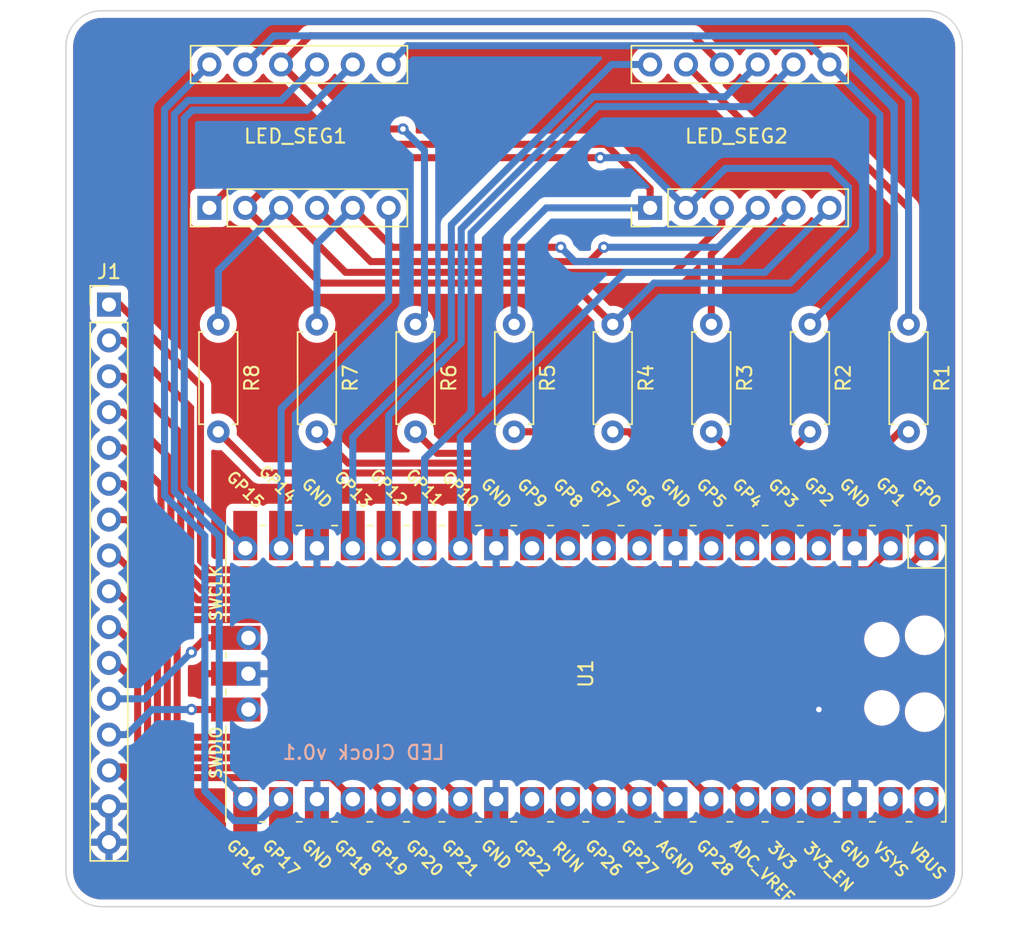
<source format=kicad_pcb>
(kicad_pcb (version 20211014) (generator pcbnew)
  (layers (0 "F.Cu" signal) (31 "B.Cu" signal) (34 "B.Paste" user) (35 "F.Paste" user) (36 "B.SilkS" user "B.Silkscreen") (37 "F.SilkS" user "F.Silkscreen") (38 "B.Mask" user) (39 "F.Mask" user) (44 "Edge.Cuts" user))
  (net 0 "")
  (net 1 "GND")
  (net 2 "+3V3")
  (net 3 "/GPIO0")
  (net 4 "/GPIO1")
  (net 5 "Net-(J1-Pad6)")
  (net 6 "Net-(J1-Pad7)")
  (net 7 "Net-(J1-Pad8)")
  (net 8 "Net-(J1-Pad9)")
  (net 9 "Net-(J1-Pad10)")
  (net 10 "Net-(J1-Pad11)")
  (net 11 "Net-(J1-Pad3)")
  (net 12 "Net-(J1-Pad4)")
  (net 13 "Net-(J1-Pad5)")
  (net 14 "/SEG_E")
  (net 15 "/SEG_D")
  (net 16 "/SEG_DP")
  (net 17 "/SEG_C")
  (net 18 "/SEG_G")
  (net 19 "/DIG_4")
  (net 20 "/SEG_B")
  (net 21 "/DIG_3")
  (net 22 "/DIG_2")
  (net 23 "/SEG_F")
  (net 24 "/SEG_A")
  (net 25 "/DIG_1")
  (net 26 "/DIG_8")
  (net 27 "/DIG_7")
  (net 28 "/DIG_6")
  (net 29 "/DIG_5")
  (net 30 "Net-(R1-Pad2)")
  (net 31 "Net-(R2-Pad2)")
  (net 32 "Net-(R3-Pad2)")
  (net 33 "Net-(R4-Pad2)")
  (net 34 "Net-(R5-Pad2)")
  (net 35 "Net-(R6-Pad2)")
  (net 36 "Net-(R7-Pad2)")
  (net 37 "Net-(R8-Pad2)")
  (net 43 "/SWCLK")
  (net 44 "/SWDIO")
  (footprint "LED_segments:LED_segments_4_digits" (layer "F.Cu") (at 158.225 91.44 90)
    (fp_text reference "LED_SEG2" (at 5.08 6.113 unlocked) (layer "F.SilkS"))
    (fp_text value "LED_segments_4_digits")
    (pad "1" thru_hole rect (at 0 0 90) (size 1.7 1.7) (drill 1) (layers *.Cu *.Mask) (net 14 "/SEG_E"))
    (pad "2" thru_hole oval (at 0 2.54 90) (size 1.7 1.7) (drill 1) (layers *.Cu *.Mask) (net 15 "/SEG_D"))
    (pad "3" thru_hole oval (at 0 5.08 90) (size 1.7 1.7) (drill 1) (layers *.Cu *.Mask) (net 16 "/SEG_DP"))
    (pad "4" thru_hole oval (at 0 7.62 90) (size 1.7 1.7) (drill 1) (layers *.Cu *.Mask) (net 17 "/SEG_C"))
    (pad "5" thru_hole oval (at 0 10.16 90) (size 1.7 1.7) (drill 1) (layers *.Cu *.Mask) (net 18 "/SEG_G"))
    (pad "6" thru_hole oval (at 0 12.7 90) (size 1.7 1.7) (drill 1) (layers *.Cu *.Mask) (net 26 "/DIG_8"))
    (pad "7" thru_hole oval (at 10.16 12.7 90) (size 1.7 1.7) (drill 1) (layers *.Cu *.Mask) (net 20 "/SEG_B"))
    (pad "8" thru_hole oval (at 10.16 10.16 90) (size 1.7 1.7) (drill 1) (layers *.Cu *.Mask) (net 27 "/DIG_7"))
    (pad "9" thru_hole oval (at 10.16 7.62 90) (size 1.7 1.7) (drill 1) (layers *.Cu *.Mask) (net 28 "/DIG_6"))
    (pad "10" thru_hole oval (at 10.16 5.08 90) (size 1.7 1.7) (drill 1) (layers *.Cu *.Mask) (net 23 "/SEG_F"))
    (pad "11" thru_hole oval (at 10.16 2.54 90) (size 1.7 1.7) (drill 1) (layers *.Cu *.Mask) (net 24 "/SEG_A"))
    (pad "12" thru_hole oval (at 10.16 0 90) (size 1.7 1.7) (drill 1) (layers *.Cu *.Mask) (net 29 "/DIG_5"))
  )
  (footprint "Resistor_THT:R_Axial_DIN0207_L6.3mm_D2.5mm_P7.62mm_Horizontal" (layer "F.Cu") (at 155.575 99.695 -90)
    (fp_text reference "R4" (at 3.81 -2.37 90) (layer "F.SilkS"))
    (fp_text value "330")
    (pad "1" thru_hole circle (at 0 0 270) (size 1.6 1.6) (drill 0.8) (layers *.Cu *.Mask) (net 15 "/SEG_D"))
    (pad "2" thru_hole oval (at 7.62 0 270) (size 1.6 1.6) (drill 0.8) (layers *.Cu *.Mask) (net 33 "Net-(R4-Pad2)"))
  )
  (footprint "Resistor_THT:R_Axial_DIN0207_L6.3mm_D2.5mm_P7.62mm_Horizontal" (layer "F.Cu") (at 162.56 99.695 -90)
    (fp_text reference "R3" (at 3.81 -2.37 90) (layer "F.SilkS"))
    (fp_text value "330")
    (pad "1" thru_hole circle (at 0 0 270) (size 1.6 1.6) (drill 0.8) (layers *.Cu *.Mask) (net 17 "/SEG_C"))
    (pad "2" thru_hole oval (at 7.62 0 270) (size 1.6 1.6) (drill 0.8) (layers *.Cu *.Mask) (net 32 "Net-(R3-Pad2)"))
  )
  (footprint "Connector_PinHeader_2.54mm:PinHeader_1x16_P2.54mm_Vertical" (layer "F.Cu") (at 119.888 98.298)
    (fp_text reference "J1" (at 0 -2.33) (layer "F.SilkS"))
    (fp_text value "Conn_01x14_Female")
    (pad "1" thru_hole rect (at 0 0) (size 1.7 1.7) (drill 1) (layers *.Cu *.Mask) (net 4 "/GPIO1"))
    (pad "2" thru_hole oval (at 0 2.54) (size 1.7 1.7) (drill 1) (layers *.Cu *.Mask) (net 3 "/GPIO0"))
    (pad "3" thru_hole oval (at 0 5.08) (size 1.7 1.7) (drill 1) (layers *.Cu *.Mask) (net 11 "Net-(J1-Pad3)"))
    (pad "4" thru_hole oval (at 0 7.62) (size 1.7 1.7) (drill 1) (layers *.Cu *.Mask) (net 12 "Net-(J1-Pad4)"))
    (pad "5" thru_hole oval (at 0 10.16) (size 1.7 1.7) (drill 1) (layers *.Cu *.Mask) (net 13 "Net-(J1-Pad5)"))
    (pad "6" thru_hole oval (at 0 12.7) (size 1.7 1.7) (drill 1) (layers *.Cu *.Mask) (net 5 "Net-(J1-Pad6)"))
    (pad "7" thru_hole oval (at 0 15.24) (size 1.7 1.7) (drill 1) (layers *.Cu *.Mask) (net 6 "Net-(J1-Pad7)"))
    (pad "8" thru_hole oval (at 0 17.78) (size 1.7 1.7) (drill 1) (layers *.Cu *.Mask) (net 7 "Net-(J1-Pad8)"))
    (pad "9" thru_hole oval (at 0 20.32) (size 1.7 1.7) (drill 1) (layers *.Cu *.Mask) (net 8 "Net-(J1-Pad9)"))
    (pad "10" thru_hole oval (at 0 22.86) (size 1.7 1.7) (drill 1) (layers *.Cu *.Mask) (net 9 "Net-(J1-Pad10)"))
    (pad "11" thru_hole oval (at 0 25.4) (size 1.7 1.7) (drill 1) (layers *.Cu *.Mask) (net 10 "Net-(J1-Pad11)"))
    (pad "12" thru_hole oval (at 0 27.94) (size 1.7 1.7) (drill 1) (layers *.Cu *.Mask) (net 43 "/SWCLK"))
    (pad "13" thru_hole oval (at 0 30.48) (size 1.7 1.7) (drill 1) (layers *.Cu *.Mask) (net 44 "/SWDIO"))
    (pad "14" thru_hole oval (at 0 33.02) (size 1.7 1.7) (drill 1) (layers *.Cu *.Mask) (net 2 "+3V3"))
    (pad "15" thru_hole oval (at 0 35.56) (size 1.7 1.7) (drill 1) (layers *.Cu *.Mask) (net 1 "GND"))
    (pad "16" thru_hole oval (at 0 38.1) (size 1.7 1.7) (drill 1) (layers *.Cu *.Mask) (net 1 "GND"))
  )
  (footprint "Resistor_THT:R_Axial_DIN0207_L6.3mm_D2.5mm_P7.62mm_Horizontal" (layer "F.Cu") (at 176.53 99.695 -90)
    (fp_text reference "R1" (at 3.81 -2.37 90) (layer "F.SilkS"))
    (fp_text value "330")
    (pad "1" thru_hole circle (at 0 0 270) (size 1.6 1.6) (drill 0.8) (layers *.Cu *.Mask) (net 24 "/SEG_A"))
    (pad "2" thru_hole oval (at 7.62 0 270) (size 1.6 1.6) (drill 0.8) (layers *.Cu *.Mask) (net 30 "Net-(R1-Pad2)"))
  )
  (footprint "Resistor_THT:R_Axial_DIN0207_L6.3mm_D2.5mm_P7.62mm_Horizontal" (layer "F.Cu") (at 141.605 99.695 -90)
    (fp_text reference "R6" (at 3.81 -2.37 90) (layer "F.SilkS"))
    (fp_text value "330")
    (pad "1" thru_hole circle (at 0 0 270) (size 1.6 1.6) (drill 0.8) (layers *.Cu *.Mask) (net 23 "/SEG_F"))
    (pad "2" thru_hole oval (at 7.62 0 270) (size 1.6 1.6) (drill 0.8) (layers *.Cu *.Mask) (net 35 "Net-(R6-Pad2)"))
  )
  (footprint "MCU_RaspberryPi_and_Boards:RPi_Pico_SMD_TH" (layer "F.Cu") (at 153.67 124.46 -90)
    (fp_text reference "U1" (at 0 0 90) (layer "F.SilkS"))
    (fp_text value "Pico")
    (fp_text user "GND" (at -12.8 6.35 135) (layer "F.SilkS") (effects (font (size 0.8 0.8))))
    (fp_text user "3V3_EN" (at 13.7 -17.2 135) (layer "F.SilkS") (effects (font (size 0.8 0.8))))
    (fp_text user "VBUS" (at 13.3 -24.2 135) (layer "F.SilkS") (effects (font (size 0.8 0.8))))
    (fp_text user "GP21" (at 13.054 8.9 135) (layer "F.SilkS") (effects (font (size 0.8 0.8))))
    (fp_text user "GND" (at 12.8 6.35 135) (layer "F.SilkS") (effects (font (size 0.8 0.8))))
    (fp_text user "GP17" (at 13.054 21.59 135) (layer "F.SilkS") (effects (font (size 0.8 0.8))))
    (fp_text user "GP11" (at -13.208 11.43 135) (layer "F.SilkS") (effects (font (size 0.8 0.8))))
    (fp_text user "GND" (at -12.8 19.05 135) (layer "F.SilkS") (effects (font (size 0.8 0.8))))
    (fp_text user "GP5" (at -12.8 -8.89 135) (layer "F.SilkS") (effects (font (size 0.8 0.8))))
    (fp_text user "GP14" (at -13.462 21.844 135) (layer "F.SilkS") (effects (font (size 0.8 0.8))))
    (fp_text user "GP15" (at -13.054 24.13 135) (layer "F.SilkS") (effects (font (size 0.8 0.8))))
    (fp_text user "GP19" (at 13.054 13.97 135) (layer "F.SilkS") (effects (font (size 0.8 0.8))))
    (fp_text user "GP20" (at 13.054 11.43 135) (layer "F.SilkS") (effects (font (size 0.8 0.8))))
    (fp_text user "GP13" (at -13.054 16.51 135) (layer "F.SilkS") (effects (font (size 0.8 0.8))))
    (fp_text user "ADC_VREF" (at 14 -12.5 135) (layer "F.SilkS") (effects (font (size 0.8 0.8))))
    (fp_text user "VSYS" (at 13.2 -21.59 135) (layer "F.SilkS") (effects (font (size 0.8 0.8))))
    (fp_text user "GND" (at -12.8 -6.35 135) (layer "F.SilkS") (effects (font (size 0.8 0.8))))
    (fp_text user "GND" (at 12.8 -19.05 135) (layer "F.SilkS") (effects (font (size 0.8 0.8))))
    (fp_text user "RUN" (at 13 1.27 135) (layer "F.SilkS") (effects (font (size 0.8 0.8))))
    (fp_text user "GP8" (at -12.8 1.27 135) (layer "F.SilkS") (effects (font (size 0.8 0.8))))
    (fp_text user "GP2" (at -12.9 -16.51 135) (layer "F.SilkS") (effects (font (size 0.8 0.8))))
    (fp_text user "GP3" (at -12.8 -13.97 135) (layer "F.SilkS") (effects (font (size 0.8 0.8))))
    (fp_text user "3V3" (at 12.9 -13.9 135) (layer "F.SilkS") (effects (font (size 0.8 0.8))))
    (fp_text user "GP28" (at 13.054 -9.144 135) (layer "F.SilkS") (effects (font (size 0.8 0.8))))
    (fp_text user "GP18" (at 13.054 16.51 135) (layer "F.SilkS") (effects (font (size 0.8 0.8))))
    (fp_text user "SWDIO" (at 5.6 26.2 90) (layer "F.SilkS") (effects (font (size 0.8 0.8))))
    (fp_text user "GND" (at -12.8 -19.05 135) (layer "F.SilkS") (effects (font (size 0.8 0.8))))
    (fp_text user "GP9" (at -12.8 3.81 135) (layer "F.SilkS") (effects (font (size 0.8 0.8))))
    (fp_text user "GP7" (at -12.7 -1.3 135) (layer "F.SilkS") (effects (font (size 0.8 0.8))))
    (fp_text user "GP16" (at 13.054 24.13 135) (layer "F.SilkS") (effects (font (size 0.8 0.8))))
    (fp_text user "GP22" (at 13.054 3.81 135) (layer "F.SilkS") (effects (font (size 0.8 0.8))))
    (fp_text user "GP1" (at -12.9 -21.6 135) (layer "F.SilkS") (effects (font (size 0.8 0.8))))
    (fp_text user "GP0" (at -12.8 -24.13 135) (layer "F.SilkS") (effects (font (size 0.8 0.8))))
    (fp_text user "GP27" (at 13.054 -3.8 135) (layer "F.SilkS") (effects (font (size 0.8 0.8))))
    (fp_text user "GND" (at 12.8 19.05 135) (layer "F.SilkS") (effects (font (size 0.8 0.8))))
    (fp_text user "SWCLK" (at -5.7 26.2 90) (layer "F.SilkS") (effects (font (size 0.8 0.8))))
    (fp_text user "AGND" (at 13.054 -6.35 135) (layer "F.SilkS") (effects (font (size 0.8 0.8))))
    (fp_text user "GP10" (at -13.054 8.89 135) (layer "F.SilkS") (effects (font (size 0.8 0.8))))
    (fp_text user "GP12" (at -13.208 13.97 135) (layer "F.SilkS") (effects (font (size 0.8 0.8))))
    (fp_text user "GP26" (at 13.054 -1.27 135) (layer "F.SilkS") (effects (font (size 0.8 0.8))))
    (fp_text user "GP4" (at -12.8 -11.43 135) (layer "F.SilkS") (effects (font (size 0.8 0.8))))
    (fp_text user "GP6" (at -12.8 -3.81 135) (layer "F.SilkS") (effects (font (size 0.8 0.8))))
    (pad "" np_thru_hole oval (at -2.725 -24 270) (size 1.8 1.8) (drill 1.8) (layers *.Cu *.Mask))
    (pad "" np_thru_hole oval (at 2.425 -20.97 270) (size 1.5 1.5) (drill 1.5) (layers *.Cu *.Mask))
    (pad "" np_thru_hole oval (at -2.425 -20.97 270) (size 1.5 1.5) (drill 1.5) (layers *.Cu *.Mask))
    (pad "" np_thru_hole oval (at 2.725 -24 270) (size 1.8 1.8) (drill 1.8) (layers *.Cu *.Mask))
    (pad "1" smd rect (at -8.89 -24.13 270) (size 3.5 1.7) (drill (offset -0.9 0)) (layers "F.Cu" "F.Mask") (net 3 "/GPIO0"))
    (pad "1" thru_hole oval (at -8.89 -24.13 270) (size 1.7 1.7) (drill 1.02) (layers *.Cu *.Mask) (net 3 "/GPIO0"))
    (pad "2" thru_hole oval (at -8.89 -21.59 270) (size 1.7 1.7) (drill 1.02) (layers *.Cu *.Mask) (net 4 "/GPIO1"))
    (pad "2" smd rect (at -8.89 -21.59 270) (size 3.5 1.7) (drill (offset -0.9 0)) (layers "F.Cu" "F.Mask") (net 4 "/GPIO1"))
    (pad "3" thru_hole rect (at -8.89 -19.05 270) (size 1.7 1.7) (drill 1.02) (layers *.Cu *.Mask) (net 1 "GND"))
    (pad "3" smd rect (at -8.89 -19.05 270) (size 3.5 1.7) (drill (offset -0.9 0)) (layers "F.Cu" "F.Mask") (net 1 "GND"))
    (pad "4" thru_hole oval (at -8.89 -16.51 270) (size 1.7 1.7) (drill 1.02) (layers *.Cu *.Mask) (net 30 "Net-(R1-Pad2)"))
    (pad "4" smd rect (at -8.89 -16.51 270) (size 3.5 1.7) (drill (offset -0.9 0)) (layers "F.Cu" "F.Mask") (net 30 "Net-(R1-Pad2)"))
    (pad "5" smd rect (at -8.89 -13.97 270) (size 3.5 1.7) (drill (offset -0.9 0)) (layers "F.Cu" "F.Mask") (net 31 "Net-(R2-Pad2)"))
    (pad "5" thru_hole oval (at -8.89 -13.97 270) (size 1.7 1.7) (drill 1.02) (layers *.Cu *.Mask) (net 31 "Net-(R2-Pad2)"))
    (pad "6" smd rect (at -8.89 -11.43 270) (size 3.5 1.7) (drill (offset -0.9 0)) (layers "F.Cu" "F.Mask") (net 32 "Net-(R3-Pad2)"))
    (pad "6" thru_hole oval (at -8.89 -11.43 270) (size 1.7 1.7) (drill 1.02) (layers *.Cu *.Mask) (net 32 "Net-(R3-Pad2)"))
    (pad "7" thru_hole oval (at -8.89 -8.89 270) (size 1.7 1.7) (drill 1.02) (layers *.Cu *.Mask) (net 33 "Net-(R4-Pad2)"))
    (pad "7" smd rect (at -8.89 -8.89 270) (size 3.5 1.7) (drill (offset -0.9 0)) (layers "F.Cu" "F.Mask") (net 33 "Net-(R4-Pad2)"))
    (pad "8" thru_hole rect (at -8.89 -6.35 270) (size 1.7 1.7) (drill 1.02) (layers *.Cu *.Mask) (net 1 "GND"))
    (pad "8" smd rect (at -8.89 -6.35 270) (size 3.5 1.7) (drill (offset -0.9 0)) (layers "F.Cu" "F.Mask") (net 1 "GND"))
    (pad "9" smd rect (at -8.89 -3.81 270) (size 3.5 1.7) (drill (offset -0.9 0)) (layers "F.Cu" "F.Mask") (net 34 "Net-(R5-Pad2)"))
    (pad "9" thru_hole oval (at -8.89 -3.81 270) (size 1.7 1.7) (drill 1.02) (layers *.Cu *.Mask) (net 34 "Net-(R5-Pad2)"))
    (pad "10" thru_hole oval (at -8.89 -1.27 270) (size 1.7 1.7) (drill 1.02) (layers *.Cu *.Mask) (net 35 "Net-(R6-Pad2)"))
    (pad "10" smd rect (at -8.89 -1.27 270) (size 3.5 1.7) (drill (offset -0.9 0)) (layers "F.Cu" "F.Mask") (net 35 "Net-(R6-Pad2)"))
    (pad "11" smd rect (at -8.89 1.27 270) (size 3.5 1.7) (drill (offset -0.9 0)) (layers "F.Cu" "F.Mask") (net 36 "Net-(R7-Pad2)"))
    (pad "11" thru_hole oval (at -8.89 1.27 270) (size 1.7 1.7) (drill 1.02) (layers *.Cu *.Mask) (net 36 "Net-(R7-Pad2)"))
    (pad "12" smd rect (at -8.89 3.81 270) (size 3.5 1.7) (drill (offset -0.9 0)) (layers "F.Cu" "F.Mask") (net 37 "Net-(R8-Pad2)"))
    (pad "12" thru_hole oval (at -8.89 3.81 270) (size 1.7 1.7) (drill 1.02) (layers *.Cu *.Mask) (net 37 "Net-(R8-Pad2)"))
    (pad "13" thru_hole rect (at -8.89 6.35 270) (size 1.7 1.7) (drill 1.02) (layers *.Cu *.Mask) (net 1 "GND"))
    (pad "13" smd rect (at -8.89 6.35 270) (size 3.5 1.7) (drill (offset -0.9 0)) (layers "F.Cu" "F.Mask") (net 1 "GND"))
    (pad "14" smd rect (at -8.89 8.89 270) (size 3.5 1.7) (drill (offset -0.9 0)) (layers "F.Cu" "F.Mask") (net 26 "/DIG_8"))
    (pad "14" thru_hole oval (at -8.89 8.89 270) (size 1.7 1.7) (drill 1.02) (layers *.Cu *.Mask) (net 26 "/DIG_8"))
    (pad "15" thru_hole oval (at -8.89 11.43 270) (size 1.7 1.7) (drill 1.02) (layers *.Cu *.Mask) (net 27 "/DIG_7"))
    (pad "15" smd rect (at -8.89 11.43 270) (size 3.5 1.7) (drill (offset -0.9 0)) (layers "F.Cu" "F.Mask") (net 27 "/DIG_7"))
    (pad "16" thru_hole oval (at -8.89 13.97 270) (size 1.7 1.7) (drill 1.02) (layers *.Cu *.Mask) (net 28 "/DIG_6"))
    (pad "16" smd rect (at -8.89 13.97 270) (size 3.5 1.7) (drill (offset -0.9 0)) (layers "F.Cu" "F.Mask") (net 28 "/DIG_6"))
    (pad "17" smd rect (at -8.89 16.51 270) (size 3.5 1.7) (drill (offset -0.9 0)) (layers "F.Cu" "F.Mask") (net 29 "/DIG_5"))
    (pad "17" thru_hole oval (at -8.89 16.51 270) (size 1.7 1.7) (drill 1.02) (layers *.Cu *.Mask) (net 29 "/DIG_5"))
    (pad "18" thru_hole rect (at -8.89 19.05 270) (size 1.7 1.7) (drill 1.02) (layers *.Cu *.Mask) (net 1 "GND"))
    (pad "18" smd rect (at -8.89 19.05 270) (size 3.5 1.7) (drill (offset -0.9 0)) (layers "F.Cu" "F.Mask") (net 1 "GND"))
    (pad "19" smd rect (at -8.89 21.59 270) (size 3.5 1.7) (drill (offset -0.9 0)) (layers "F.Cu" "F.Mask") (net 19 "/DIG_4"))
    (pad "19" thru_hole oval (at -8.89 21.59 270) (size 1.7 1.7) (drill 1.02) (layers *.Cu *.Mask) (net 19 "/DIG_4"))
    (pad "20" smd rect (at -8.89 24.13 270) (size 3.5 1.7) (drill (offset -0.9 0)) (layers "F.Cu" "F.Mask") (net 21 "/DIG_3"))
    (pad "20" thru_hole oval (at -8.89 24.13 270) (size 1.7 1.7) (drill 1.02) (layers *.Cu *.Mask) (net 21 "/DIG_3"))
    (pad "21" thru_hole oval (at 8.89 24.13 270) (size 1.7 1.7) (drill 1.02) (layers *.Cu *.Mask) (net 22 "/DIG_2"))
    (pad "21" smd rect (at 8.89 24.13 270) (size 3.5 1.7) (drill (offset 0.9 0)) (layers "F.Cu" "F.Mask") (net 22 "/DIG_2"))
    (pad "22" smd rect (at 8.89 21.59 270) (size 3.5 1.7) (drill (offset 0.9 0)) (layers "F.Cu" "F.Mask") (net 25 "/DIG_1"))
    (pad "22" thru_hole oval (at 8.89 21.59 270) (size 1.7 1.7) (drill 1.02) (layers *.Cu *.Mask) (net 25 "/DIG_1"))
    (pad "23" thru_hole rect (at 8.89 19.05 270) (size 1.7 1.7) (drill 1.02) (layers *.Cu *.Mask) (net 1 "GND"))
    (pad "23" smd rect (at 8.89 19.05 270) (size 3.5 1.7) (drill (offset 0.9 0)) (layers "F.Cu" "F.Mask") (net 1 "GND"))
    (pad "24" smd rect (at 8.89 16.51 270) (size 3.5 1.7) (drill (offset 0.9 0)) (layers "F.Cu" "F.Mask") (net 10 "Net-(J1-Pad11)"))
    (pad "24" thru_hole oval (at 8.89 16.51 270) (size 1.7 1.7) (drill 1.02) (layers *.Cu *.Mask) (net 10 "Net-(J1-Pad11)"))
    (pad "25" thru_hole oval (at 8.89 13.97 270) (size 1.7 1.7) (drill 1.02) (layers *.Cu *.Mask) (net 9 "Net-(J1-Pad10)"))
    (pad "25" smd rect (at 8.89 13.97 270) (size 3.5 1.7) (drill (offset 0.9 0)) (layers "F.Cu" "F.Mask") (net 9 "Net-(J1-Pad10)"))
    (pad "26" smd rect (at 8.89 11.43 270) (size 3.5 1.7) (drill (offset 0.9 0)) (layers "F.Cu" "F.Mask") (net 8 "Net-(J1-Pad9)"))
    (pad "26" thru_hole oval (at 8.89 11.43 270) (size 1.7 1.7) (drill 1.02) (layers *.Cu *.Mask) (net 8 "Net-(J1-Pad9)"))
    (pad "27" thru_hole oval (at 8.89 8.89 270) (size 1.7 1.7) (drill 1.02) (layers *.Cu *.Mask) (net 7 "Net-(J1-Pad8)"))
    (pad "27" smd rect (at 8.89 8.89 270) (size 3.5 1.7) (drill (offset 0.9 0)) (layers "F.Cu" "F.Mask") (net 7 "Net-(J1-Pad8)"))
    (pad "28" thru_hole rect (at 8.89 6.35 270) (size 1.7 1.7) (drill 1.02) (layers *.Cu *.Mask) (net 1 "GND"))
    (pad "28" smd rect (at 8.89 6.35 270) (size 3.5 1.7) (drill (offset 0.9 0)) (layers "F.Cu" "F.Mask") (net 1 "GND"))
    (pad "29" smd rect (at 8.89 3.81 270) (size 3.5 1.7) (drill (offset 0.9 0)) (layers "F.Cu" "F.Mask"))
    (pad "29" thru_hole oval (at 8.89 3.81 270) (size 1.7 1.7) (drill 1.02) (layers *.Cu *.Mask))
    (pad "30" thru_hole oval (at 8.89 1.27 270) (size 1.7 1.7) (drill 1.02) (layers *.Cu *.Mask))
    (pad "30" smd rect (at 8.89 1.27 270) (size 3.5 1.7) (drill (offset 0.9 0)) (layers "F.Cu" "F.Mask"))
    (pad "31" thru_hole oval (at 8.89 -1.27 270) (size 1.7 1.7) (drill 1.02) (layers *.Cu *.Mask) (net 6 "Net-(J1-Pad7)"))
    (pad "31" smd rect (at 8.89 -1.27 270) (size 3.5 1.7) (drill (offset 0.9 0)) (layers "F.Cu" "F.Mask") (net 6 "Net-(J1-Pad7)"))
    (pad "32" smd rect (at 8.89 -3.81 270) (size 3.5 1.7) (drill (offset 0.9 0)) (layers "F.Cu" "F.Mask") (net 5 "Net-(J1-Pad6)"))
    (pad "32" thru_hole oval (at 8.89 -3.81 270) (size 1.7 1.7) (drill 1.02) (layers *.Cu *.Mask) (net 5 "Net-(J1-Pad6)"))
    (pad "33" thru_hole rect (at 8.89 -6.35 270) (size 1.7 1.7) (drill 1.02) (layers *.Cu *.Mask) (net 13 "Net-(J1-Pad5)"))
    (pad "33" smd rect (at 8.89 -6.35 270) (size 3.5 1.7) (drill (offset 0.9 0)) (layers "F.Cu" "F.Mask") (net 13 "Net-(J1-Pad5)"))
    (pad "34" thru_hole oval (at 8.89 -8.89 270) (size 1.7 1.7) (drill 1.02) (layers *.Cu *.Mask) (net 12 "Net-(J1-Pad4)"))
    (pad "34" smd rect (at 8.89 -8.89 270) (size 3.5 1.7) (drill (offset 0.9 0)) (layers "F.Cu" "F.Mask") (net 12 "Net-(J1-Pad4)"))
    (pad "35" thru_hole oval (at 8.89 -11.43 270) (size 1.7 1.7) (drill 1.02) (layers *.Cu *.Mask) (net 11 "Net-(J1-Pad3)"))
    (pad "35" smd rect (at 8.89 -11.43 270) (size 3.5 1.7) (drill (offset 0.9 0)) (layers "F.Cu" "F.Mask") (net 11 "Net-(J1-Pad3)"))
    (pad "36" smd rect (at 8.89 -13.97 270) (size 3.5 1.7) (drill (offset 0.9 0)) (layers "F.Cu" "F.Mask") (net 2 "+3V3"))
    (pad "36" thru_hole oval (at 8.89 -13.97 270) (size 1.7 1.7) (drill 1.02) (layers *.Cu *.Mask) (net 2 "+3V3"))
    (pad "37" thru_hole oval (at 8.89 -16.51 270) (size 1.7 1.7) (drill 1.02) (layers *.Cu *.Mask))
    (pad "37" smd rect (at 8.89 -16.51 270) (size 3.5 1.7) (drill (offset 0.9 0)) (layers "F.Cu" "F.Mask"))
    (pad "38" smd rect (at 8.89 -19.05 270) (size 3.5 1.7) (drill (offset 0.9 0)) (layers "F.Cu" "F.Mask") (net 1 "GND"))
    (pad "38" thru_hole rect (at 8.89 -19.05 270) (size 1.7 1.7) (drill 1.02) (layers *.Cu *.Mask) (net 1 "GND"))
    (pad "39" smd rect (at 8.89 -21.59 270) (size 3.5 1.7) (drill (offset 0.9 0)) (layers "F.Cu" "F.Mask"))
    (pad "39" thru_hole oval (at 8.89 -21.59 270) (size 1.7 1.7) (drill 1.02) (layers *.Cu *.Mask))
    (pad "40" thru_hole oval (at 8.89 -24.13 270) (size 1.7 1.7) (drill 1.02) (layers *.Cu *.Mask))
    (pad "40" smd rect (at 8.89 -24.13 270) (size 3.5 1.7) (drill (offset 0.9 0)) (layers "F.Cu" "F.Mask"))
    (pad "41" smd rect (at -2.54 23.9) (size 3.5 1.7) (drill (offset -0.9 0)) (layers "F.Cu" "F.Mask") (net 43 "/SWCLK"))
    (pad "41" thru_hole oval (at -2.54 23.9 270) (size 1.7 1.7) (drill 1.02) (layers *.Cu *.Mask) (net 43 "/SWCLK"))
    (pad "42" smd rect (at 0 23.9) (size 3.5 1.7) (drill (offset -0.9 0)) (layers "F.Cu" "F.Mask") (net 1 "GND"))
    (pad "42" thru_hole rect (at 0 23.9 270) (size 1.7 1.7) (drill 1.02) (layers *.Cu *.Mask) (net 1 "GND"))
    (pad "43" smd rect (at 2.54 23.9) (size 3.5 1.7) (drill (offset -0.9 0)) (layers "F.Cu" "F.Mask") (net 44 "/SWDIO"))
    (pad "43" thru_hole oval (at 2.54 23.9 270) (size 1.7 1.7) (drill 1.02) (layers *.Cu *.Mask) (net 44 "/SWDIO"))
  )
  (footprint "Resistor_THT:R_Axial_DIN0207_L6.3mm_D2.5mm_P7.62mm_Horizontal" (layer "F.Cu") (at 127.635 99.695 -90)
    (fp_text reference "R8" (at 3.81 -2.37 90) (layer "F.SilkS"))
    (fp_text value "330")
    (pad "1" thru_hole circle (at 0 0 270) (size 1.6 1.6) (drill 0.8) (layers *.Cu *.Mask) (net 16 "/SEG_DP"))
    (pad "2" thru_hole oval (at 7.62 0 270) (size 1.6 1.6) (drill 0.8) (layers *.Cu *.Mask) (net 37 "Net-(R8-Pad2)"))
  )
  (footprint "Resistor_THT:R_Axial_DIN0207_L6.3mm_D2.5mm_P7.62mm_Horizontal" (layer "F.Cu") (at 134.62 99.695 -90)
    (fp_text reference "R7" (at 3.81 -2.37 90) (layer "F.SilkS"))
    (fp_text value "330")
    (pad "1" thru_hole circle (at 0 0 270) (size 1.6 1.6) (drill 0.8) (layers *.Cu *.Mask) (net 18 "/SEG_G"))
    (pad "2" thru_hole oval (at 7.62 0 270) (size 1.6 1.6) (drill 0.8) (layers *.Cu *.Mask) (net 36 "Net-(R7-Pad2)"))
  )
  (footprint "LED_segments:LED_segments_4_digits" (layer "F.Cu") (at 127 91.44 90)
    (fp_text reference "LED_SEG1" (at 5.08 6.096 unlocked) (layer "F.SilkS"))
    (fp_text value "LED_segments_4_digits")
    (pad "1" thru_hole rect (at 0 0 90) (size 1.7 1.7) (drill 1) (layers *.Cu *.Mask) (net 14 "/SEG_E"))
    (pad "2" thru_hole oval (at 0 2.54 90) (size 1.7 1.7) (drill 1) (layers *.Cu *.Mask) (net 15 "/SEG_D"))
    (pad "3" thru_hole oval (at 0 5.08 90) (size 1.7 1.7) (drill 1) (layers *.Cu *.Mask) (net 16 "/SEG_DP"))
    (pad "4" thru_hole oval (at 0 7.62 90) (size 1.7 1.7) (drill 1) (layers *.Cu *.Mask) (net 17 "/SEG_C"))
    (pad "5" thru_hole oval (at 0 10.16 90) (size 1.7 1.7) (drill 1) (layers *.Cu *.Mask) (net 18 "/SEG_G"))
    (pad "6" thru_hole oval (at 0 12.7 90) (size 1.7 1.7) (drill 1) (layers *.Cu *.Mask) (net 19 "/DIG_4"))
    (pad "7" thru_hole oval (at 10.16 12.7 90) (size 1.7 1.7) (drill 1) (layers *.Cu *.Mask) (net 20 "/SEG_B"))
    (pad "8" thru_hole oval (at 10.16 10.16 90) (size 1.7 1.7) (drill 1) (layers *.Cu *.Mask) (net 21 "/DIG_3"))
    (pad "9" thru_hole oval (at 10.16 7.62 90) (size 1.7 1.7) (drill 1) (layers *.Cu *.Mask) (net 22 "/DIG_2"))
    (pad "10" thru_hole oval (at 10.16 5.08 90) (size 1.7 1.7) (drill 1) (layers *.Cu *.Mask) (net 23 "/SEG_F"))
    (pad "11" thru_hole oval (at 10.16 2.54 90) (size 1.7 1.7) (drill 1) (layers *.Cu *.Mask) (net 24 "/SEG_A"))
    (pad "12" thru_hole oval (at 10.16 0 90) (size 1.7 1.7) (drill 1) (layers *.Cu *.Mask) (net 25 "/DIG_1"))
  )
  (footprint "Resistor_THT:R_Axial_DIN0207_L6.3mm_D2.5mm_P7.62mm_Horizontal" (layer "F.Cu") (at 148.59 99.695 -90)
    (fp_text reference "R5" (at 3.81 -2.37 90) (layer "F.SilkS"))
    (fp_text value "330")
    (pad "1" thru_hole circle (at 0 0 270) (size 1.6 1.6) (drill 0.8) (layers *.Cu *.Mask) (net 14 "/SEG_E"))
    (pad "2" thru_hole oval (at 7.62 0 270) (size 1.6 1.6) (drill 0.8) (layers *.Cu *.Mask) (net 34 "Net-(R5-Pad2)"))
  )
  (footprint "Resistor_THT:R_Axial_DIN0207_L6.3mm_D2.5mm_P7.62mm_Horizontal" (layer "F.Cu") (at 169.545 99.695 -90)
    (fp_text reference "R2" (at 3.81 -2.37 90) (layer "F.SilkS"))
    (fp_text value "330")
    (pad "1" thru_hole circle (at 0 0 270) (size 1.6 1.6) (drill 0.8) (layers *.Cu *.Mask) (net 20 "/SEG_B"))
    (pad "2" thru_hole oval (at 7.62 0 270) (size 1.6 1.6) (drill 0.8) (layers *.Cu *.Mask) (net 31 "Net-(R2-Pad2)"))
  )
  (gr_arc (start 116.84 80.01) (mid 117.583949 78.213949) (end 119.38 77.47) (layer "Edge.Cuts") (width 0.1))
  (gr_line (start 119.38 77.47) (end 177.8 77.47) (layer "Edge.Cuts") (width 0.1))
  (gr_arc (start 177.8 77.47) (mid 179.596051 78.213949) (end 180.34 80.01) (layer "Edge.Cuts") (width 0.1))
  (gr_line (start 177.8 140.97) (end 119.38 140.97) (layer "Edge.Cuts") (width 0.1))
  (gr_line (start 116.84 138.43) (end 116.84 80.01) (layer "Edge.Cuts") (width 0.1))
  (gr_arc (start 119.38 140.97) (mid 117.583949 140.226051) (end 116.84 138.43) (layer "Edge.Cuts") (width 0.1))
  (gr_arc (start 180.34 138.43) (mid 179.596051 140.226051) (end 177.8 140.97) (layer "Edge.Cuts") (width 0.1))
  (gr_line (start 180.34 80.01) (end 180.34 138.43) (layer "Edge.Cuts") (width 0.1))
  (gr_text "LED Clock v0.1" (at 137.922 130.048) (layer "B.SilkS") (effects (font (size 1 1) (thickness 0.16)) (justify mirror)))
  (via (at 170.18 127) (size 0.8) (drill 0.4) (layers "F.Cu" "B.Cu") (net 1))
  (segment (start 167.64 133.35) (end 167.64 135.709022) (width 1) (layer "F.Cu") (net 2))
  (segment (start 120.904 131.318) (end 119.888 131.318) (width 1) (layer "F.Cu") (net 2))
  (segment (start 127.762 138.176) (end 120.904 131.318) (width 1) (layer "F.Cu") (net 2))
  (segment (start 165.173022 138.176) (end 127.762 138.176) (width 1) (layer "F.Cu") (net 2))
  (segment (start 167.64 135.709022) (end 165.173022 138.176) (width 1) (layer "F.Cu") (net 2))
  (segment (start 120.904 100.838) (end 119.888 100.838) (width 0.5) (layer "F.Cu") (net 3))
  (segment (start 125.671553 116.754806) (end 125.671553 105.605553) (width 0.5) (layer "F.Cu") (net 3))
  (segment (start 125.671553 105.605553) (end 120.904 100.838) (width 0.5) (layer "F.Cu") (net 3))
  (segment (start 126.710258 117.793511) (end 125.671553 116.754806) (width 0.5) (layer "F.Cu") (net 3))
  (segment (start 177.8 115.57) (end 175.57649 117.79351) (width 0.5) (layer "F.Cu") (net 3))
  (segment (start 175.57649 117.79351) (end 126.710258 117.793511) (width 0.5) (layer "F.Cu") (net 3))
  (segment (start 173.736 117.094) (end 127.000005 117.094) (width 0.5) (layer "F.Cu") (net 4))
  (segment (start 120.65 98.298) (end 119.888 98.298) (width 0.5) (layer "F.Cu") (net 4))
  (segment (start 175.26 115.57) (end 173.736 117.094) (width 0.5) (layer "F.Cu") (net 4))
  (segment (start 127.000005 117.094) (end 126.371065 116.46506) (width 0.5) (layer "F.Cu") (net 4))
  (segment (start 126.371065 116.46506) (end 126.371065 104.019065) (width 0.5) (layer "F.Cu") (net 4))
  (segment (start 126.371065 104.019065) (end 120.65 98.298) (width 0.5) (layer "F.Cu") (net 4))
  (segment (start 122.873511 118.047511) (end 122.87351 112.96751) (width 0.5) (layer "F.Cu") (net 5))
  (segment (start 157.48 133.35) (end 144.750489 120.620489) (width 0.5) (layer "F.Cu") (net 5))
  (segment (start 144.750489 120.620489) (end 125.446489 120.620489) (width 0.5) (layer "F.Cu") (net 5))
  (segment (start 122.87351 112.96751) (end 120.904 110.998) (width 0.5) (layer "F.Cu") (net 5))
  (segment (start 125.446489 120.620489) (end 122.873511 118.047511) (width 0.5) (layer "F.Cu") (net 5))
  (segment (start 120.904 110.998) (end 119.888 110.998) (width 0.5) (layer "F.Cu") (net 5))
  (segment (start 124.718043 128.346841) (end 124.718043 120.908043) (width 0.5) (layer "F.Cu") (net 6))
  (segment (start 121.158 113.538) (end 119.888 113.538) (width 0.5) (layer "F.Cu") (net 6))
  (segment (start 122.174 118.364) (end 122.174 114.554) (width 0.5) (layer "F.Cu") (net 6))
  (segment (start 154.94 133.35) (end 150.55547 128.96547) (width 0.5) (layer "F.Cu") (net 6))
  (segment (start 122.174 114.554) (end 121.158 113.538) (width 0.5) (layer "F.Cu") (net 6))
  (segment (start 124.718043 120.908043) (end 122.174 118.364) (width 0.5) (layer "F.Cu") (net 6))
  (segment (start 150.55547 128.96547) (end 125.336672 128.96547) (width 0.5) (layer "F.Cu") (net 6))
  (segment (start 125.336672 128.96547) (end 124.718043 128.346841) (width 0.5) (layer "F.Cu") (net 6))
  (segment (start 124.018533 121.251275) (end 121.441511 118.674253) (width 0.5) (layer "F.Cu") (net 7))
  (segment (start 125.046926 129.664981) (end 124.018533 128.636588) (width 0.5) (layer "F.Cu") (net 7))
  (segment (start 141.094981 129.664981) (end 125.046926 129.664981) (width 0.5) (layer "F.Cu") (net 7))
  (segment (start 120.396 116.078) (end 119.888 116.078) (width 0.5) (layer "F.Cu") (net 7))
  (segment (start 121.441511 118.674253) (end 121.441511 117.123511) (width 0.5) (layer "F.Cu") (net 7))
  (segment (start 124.018533 128.636588) (end 124.018533 121.251275) (width 0.5) (layer "F.Cu") (net 7))
  (segment (start 121.441511 117.123511) (end 120.396 116.078) (width 0.5) (layer "F.Cu") (net 7))
  (segment (start 144.78 133.35) (end 141.094981 129.664981) (width 0.5) (layer "F.Cu") (net 7))
  (segment (start 123.319022 128.926336) (end 123.319022 121.541022) (width 0.5) (layer "F.Cu") (net 8))
  (segment (start 120.396 118.618) (end 119.888 118.618) (width 0.5) (layer "F.Cu") (net 8))
  (segment (start 142.24 133.35) (end 139.31698 130.42698) (width 0.5) (layer "F.Cu") (net 8))
  (segment (start 139.31698 130.42698) (end 124.819666 130.42698) (width 0.5) (layer "F.Cu") (net 8))
  (segment (start 123.319022 121.541022) (end 120.396 118.618) (width 0.5) (layer "F.Cu") (net 8))
  (segment (start 124.819666 130.42698) (end 123.319022 128.926336) (width 0.5) (layer "F.Cu") (net 8))
  (segment (start 137.476491 131.126491) (end 124.529919 131.126491) (width 0.5) (layer "F.Cu") (net 9))
  (segment (start 122.619511 123.381511) (end 120.396 121.158) (width 0.5) (layer "F.Cu") (net 9))
  (segment (start 122.619511 129.216083) (end 122.619511 123.381511) (width 0.5) (layer "F.Cu") (net 9))
  (segment (start 124.529919 131.126491) (end 122.619511 129.216083) (width 0.5) (layer "F.Cu") (net 9))
  (segment (start 139.7 133.35) (end 137.476491 131.126491) (width 0.5) (layer "F.Cu") (net 9))
  (segment (start 120.396 121.158) (end 119.888 121.158) (width 0.5) (layer "F.Cu") (net 9))
  (segment (start 120.396 123.698) (end 119.888 123.698) (width 0.5) (layer "F.Cu") (net 10))
  (segment (start 137.16 133.35) (end 135.636002 131.826002) (width 0.5) (layer "F.Cu") (net 10))
  (segment (start 121.92 125.222) (end 120.396 123.698) (width 0.5) (layer "F.Cu") (net 10))
  (segment (start 121.92 129.50583) (end 121.92 125.222) (width 0.5) (layer "F.Cu") (net 10))
  (segment (start 135.636002 131.826002) (end 124.240172 131.826002) (width 0.5) (layer "F.Cu") (net 10))
  (segment (start 124.240172 131.826002) (end 121.92 129.50583) (width 0.5) (layer "F.Cu") (net 10))
  (segment (start 126.449445 118.521956) (end 150.271957 118.521957) (width 0.5) (layer "F.Cu") (net 11))
  (segment (start 124.972044 117.044555) (end 126.449445 118.521956) (width 0.5) (layer "F.Cu") (net 11))
  (segment (start 150.271957 118.521957) (end 165.1 133.35) (width 0.5) (layer "F.Cu") (net 11))
  (segment (start 119.888 103.378) (end 120.904 103.378) (width 0.5) (layer "F.Cu") (net 11))
  (segment (start 120.904 103.378) (end 124.972044 107.446044) (width 0.5) (layer "F.Cu") (net 11))
  (segment (start 124.972044 107.446044) (end 124.972044 117.044555) (width 0.5) (layer "F.Cu") (net 11))
  (segment (start 124.272533 117.334302) (end 124.272533 109.286533) (width 0.5) (layer "F.Cu") (net 12))
  (segment (start 126.159698 119.221467) (end 124.272533 117.334302) (width 0.5) (layer "F.Cu") (net 12))
  (segment (start 162.56 133.35) (end 148.431467 119.221467) (width 0.5) (layer "F.Cu") (net 12))
  (segment (start 148.431467 119.221467) (end 126.159698 119.221467) (width 0.5) (layer "F.Cu") (net 12))
  (segment (start 124.272533 109.286533) (end 120.904 105.918) (width 0.5) (layer "F.Cu") (net 12))
  (segment (start 120.904 105.918) (end 119.888 105.918) (width 0.5) (layer "F.Cu") (net 12))
  (segment (start 160.02 133.35) (end 146.590978 119.920978) (width 0.5) (layer "F.Cu") (net 13))
  (segment (start 123.573022 117.731022) (end 123.573022 111.127022) (width 0.5) (layer "F.Cu") (net 13))
  (segment (start 123.573022 111.127022) (end 120.904 108.458) (width 0.5) (layer "F.Cu") (net 13))
  (segment (start 120.904 108.458) (end 119.888 108.458) (width 0.5) (layer "F.Cu") (net 13))
  (segment (start 146.590978 119.920978) (end 125.762978 119.920978) (width 0.5) (layer "F.Cu") (net 13))
  (segment (start 125.762978 119.920978) (end 123.573022 117.731022) (width 0.5) (layer "F.Cu") (net 13))
  (segment (start 155.079297 86.934499) (end 158.225 90.080202) (width 0.5) (layer "F.Cu") (net 14))
  (segment (start 127 91.44) (end 131.505501 86.934499) (width 0.5) (layer "F.Cu") (net 14))
  (segment (start 158.225 90.080202) (end 158.225 91.44) (width 0.5) (layer "F.Cu") (net 14))
  (segment (start 131.505501 86.934499) (end 155.079297 86.934499) (width 0.5) (layer "F.Cu") (net 14))
  (segment (start 148.59 93.726) (end 150.876 91.44) (width 0.5) (layer "B.Cu") (net 14))
  (segment (start 150.876 91.44) (end 158.225 91.44) (width 0.5) (layer "B.Cu") (net 14))
  (segment (start 148.59 99.695) (end 148.59 93.726) (width 0.5) (layer "B.Cu") (net 14))
  (segment (start 134.874 96.774) (end 152.654 96.774) (width 0.5) (layer "F.Cu") (net 15))
  (segment (start 129.54 91.44) (end 133.096 87.884) (width 0.5) (layer "F.Cu") (net 15))
  (segment (start 133.096 87.884) (end 154.686 87.884) (width 0.5) (layer "F.Cu") (net 15))
  (segment (start 129.54 91.44) (end 134.874 96.774) (width 0.5) (layer "F.Cu") (net 15))
  (segment (start 152.654 96.774) (end 155.575 99.695) (width 0.5) (layer "F.Cu") (net 15))
  (via (at 154.686 87.884) (size 0.8) (drill 0.4) (layers "F.Cu" "B.Cu") (net 15))
  (segment (start 157.226 87.884) (end 160.765 91.423) (width 0.5) (layer "B.Cu") (net 15))
  (segment (start 160.765 91.423) (end 160.765 91.44) (width 0.5) (layer "B.Cu") (net 15))
  (segment (start 155.575 99.695) (end 158.496 96.774) (width 0.5) (layer "B.Cu") (net 15))
  (segment (start 170.942 88.646) (end 163.559 88.646) (width 0.5) (layer "B.Cu") (net 15))
  (segment (start 158.496 96.774) (end 168.148 96.774) (width 0.5) (layer "B.Cu") (net 15))
  (segment (start 154.686 87.884) (end 157.226 87.884) (width 0.5) (layer "B.Cu") (net 15))
  (segment (start 172.274489 89.978489) (end 170.942 88.646) (width 0.5) (layer "B.Cu") (net 15))
  (segment (start 168.148 96.774) (end 172.274489 92.647511) (width 0.5) (layer "B.Cu") (net 15))
  (segment (start 172.274489 92.647511) (end 172.274489 89.978489) (width 0.5) (layer "B.Cu") (net 15))
  (segment (start 163.559 88.646) (end 160.765 91.44) (width 0.5) (layer "B.Cu") (net 15))
  (segment (start 159.935081 96.012) (end 163.305 92.642081) (width 0.5) (layer "F.Cu") (net 16))
  (segment (start 136.652 96.012) (end 159.935081 96.012) (width 0.5) (layer "F.Cu") (net 16))
  (segment (start 132.08 91.44) (end 136.652 96.012) (width 0.5) (layer "F.Cu") (net 16))
  (segment (start 163.305 92.642081) (end 163.305 91.44) (width 0.5) (layer "F.Cu") (net 16))
  (segment (start 127.635 95.885) (end 132.08 91.44) (width 0.5) (layer "B.Cu") (net 16))
  (segment (start 127.635 99.695) (end 127.635 95.885) (width 0.5) (layer "B.Cu") (net 16))
  (segment (start 153.924 95.25) (end 154.94 94.234) (width 0.5) (layer "F.Cu") (net 17))
  (segment (start 134.62 91.44) (end 138.43 95.25) (width 0.5) (layer "F.Cu") (net 17))
  (segment (start 138.43 95.25) (end 153.924 95.25) (width 0.5) (layer "F.Cu") (net 17))
  (segment (start 162.56 99.695) (end 162.56 94.725) (width 0.5) (layer "F.Cu") (net 17))
  (segment (start 162.56 94.725) (end 165.845 91.44) (width 0.5) (layer "F.Cu") (net 17))
  (via (at 154.94 94.234) (size 0.8) (drill 0.4) (layers "F.Cu" "B.Cu") (net 17))
  (segment (start 163.051 94.234) (end 154.94 94.234) (width 0.5) (layer "B.Cu") (net 17))
  (segment (start 165.845 91.44) (end 163.051 94.234) (width 0.5) (layer "B.Cu") (net 17))
  (segment (start 137.16 91.44) (end 139.954 94.234) (width 0.5) (layer "F.Cu") (net 18))
  (segment (start 139.954 94.234) (end 151.892 94.234) (width 0.5) (layer "F.Cu") (net 18))
  (via (at 151.892 94.234) (size 0.8) (drill 0.4) (layers "F.Cu" "B.Cu") (net 18))
  (segment (start 134.62 99.695) (end 134.62 93.98) (width 0.5) (layer "B.Cu") (net 18))
  (segment (start 134.62 93.98) (end 137.16 91.44) (width 0.5) (layer "B.Cu") (net 18))
  (segment (start 164.575 95.25) (end 152.908 95.25) (width 0.5) (layer "B.Cu") (net 18))
  (segment (start 152.908 95.25) (end 151.892 94.234) (width 0.5) (layer "B.Cu") (net 18))
  (segment (start 168.385 91.44) (end 164.575 95.25) (width 0.5) (layer "B.Cu") (net 18))
  (segment (start 132.08 115.57) (end 132.08 105.664) (width 0.5) (layer "B.Cu") (net 19))
  (segment (start 139.7 98.044) (end 139.7 91.44) (width 0.5) (layer "B.Cu") (net 19))
  (segment (start 132.08 105.664) (end 139.7 98.044) (width 0.5) (layer "B.Cu") (net 19))
  (segment (start 139.7 81.28) (end 141.032489 79.947511) (width 0.5) (layer "B.Cu") (net 20))
  (segment (start 174.498 84.853) (end 174.498 94.742) (width 0.5) (layer "B.Cu") (net 20))
  (segment (start 141.032489 79.947511) (end 169.592511 79.947511) (width 0.5) (layer "B.Cu") (net 20))
  (segment (start 170.925 81.28) (end 174.498 84.853) (width 0.5) (layer "B.Cu") (net 20))
  (segment (start 174.498 94.742) (end 169.545 99.695) (width 0.5) (layer "B.Cu") (net 20))
  (segment (start 169.592511 79.947511) (end 170.925 81.28) (width 0.5) (layer "B.Cu") (net 20))
  (segment (start 133.92048 84.51952) (end 125.79248 84.51952) (width 0.5) (layer "B.Cu") (net 21))
  (segment (start 125.222 85.09) (end 125.222 111.252) (width 0.5) (layer "B.Cu") (net 21))
  (segment (start 125.79248 84.51952) (end 125.222 85.09) (width 0.5) (layer "B.Cu") (net 21))
  (segment (start 137.16 81.28) (end 133.92048 84.51952) (width 0.5) (layer "B.Cu") (net 21))
  (segment (start 125.222 111.252) (end 129.54 115.57) (width 0.5) (layer "B.Cu") (net 21))
  (segment (start 124.522489 84.800254) (end 124.522489 111.541758) (width 0.5) (layer "B.Cu") (net 22))
  (segment (start 132.07999 83.82001) (end 125.502732 83.82001) (width 0.5) (layer "B.Cu") (net 22))
  (segment (start 134.62 81.28) (end 132.07999 83.82001) (width 0.5) (layer "B.Cu") (net 22))
  (segment (start 124.522489 111.541758) (end 127.699511 114.718782) (width 0.5) (layer "B.Cu") (net 22))
  (segment (start 125.502732 83.82001) (end 124.522489 84.800254) (width 0.5) (layer "B.Cu") (net 22))
  (segment (start 127.699511 114.718782) (end 127.699511 131.509511) (width 0.5) (layer "B.Cu") (net 22))
  (segment (start 127.699511 131.509511) (end 129.54 133.35) (width 0.5) (layer "B.Cu") (net 22))
  (segment (start 132.08 81.28) (end 136.652 85.852) (width 0.5) (layer "F.Cu") (net 23))
  (segment (start 132.08 81.28) (end 134.112 79.248) (width 0.5) (layer "F.Cu") (net 23))
  (segment (start 134.112 79.248) (end 161.273 79.248) (width 0.5) (layer "F.Cu") (net 23))
  (segment (start 161.273 79.248) (end 163.305 81.28) (width 0.5) (layer "F.Cu") (net 23))
  (segment (start 136.652 85.852) (end 140.716 85.852) (width 0.5) (layer "F.Cu") (net 23))
  (via (at 140.716 85.852) (size 0.8) (drill 0.4) (layers "F.Cu" "B.Cu") (net 23))
  (segment (start 142.24 87.376) (end 140.716 85.852) (width 0.5) (layer "B.Cu") (net 23))
  (segment (start 141.605 99.695) (end 142.24 99.06) (width 0.5) (layer "B.Cu") (net 23))
  (segment (start 142.24 99.06) (end 142.24 87.376) (width 0.5) (layer "B.Cu") (net 23))
  (segment (start 176.53 91.44) (end 176.53 99.695) (width 0.5) (layer "F.Cu") (net 24))
  (segment (start 170.942 85.852) (end 176.53 91.44) (width 0.5) (layer "F.Cu") (net 24))
  (segment (start 165.337 85.852) (end 170.942 85.852) (width 0.5) (layer "F.Cu") (net 24))
  (segment (start 160.765 81.28) (end 165.337 85.852) (width 0.5) (layer "F.Cu") (net 24))
  (segment (start 172.004054 79.248) (end 176.53 83.773946) (width 0.5) (layer "B.Cu") (net 24))
  (segment (start 131.572 79.248) (end 172.004054 79.248) (width 0.5) (layer "B.Cu") (net 24))
  (segment (start 129.54 81.28) (end 131.572 79.248) (width 0.5) (layer "B.Cu") (net 24))
  (segment (start 176.53 83.773946) (end 176.53 99.695) (width 0.5) (layer "B.Cu") (net 24))
  (segment (start 123.82297 84.45703) (end 127 81.28) (width 0.5) (layer "B.Cu") (net 25))
  (segment (start 126.679501 114.688028) (end 123.82297 111.831497) (width 0.5) (layer "B.Cu") (net 25))
  (segment (start 130.556 134.874) (end 128.778 134.874) (width 0.5) (layer "B.Cu") (net 25))
  (segment (start 126.679501 132.775501) (end 126.679501 114.688028) (width 0.5) (layer "B.Cu") (net 25))
  (segment (start 128.778 134.874) (end 126.679501 132.775501) (width 0.5) (layer "B.Cu") (net 25))
  (segment (start 123.82297 111.831497) (end 123.82297 84.45703) (width 0.5) (layer "B.Cu") (net 25))
  (segment (start 132.08 133.35) (end 130.556 134.874) (width 0.5) (layer "B.Cu") (net 25))
  (segment (start 144.78 115.57) (end 144.78 107.669258) (width 0.5) (layer "B.Cu") (net 26))
  (segment (start 166.353 96.012) (end 170.925 91.44) (width 0.5) (layer "B.Cu") (net 26))
  (segment (start 144.78 107.669258) (end 156.437258 96.012) (width 0.5) (layer "B.Cu") (net 26))
  (segment (start 156.437258 96.012) (end 166.353 96.012) (width 0.5) (layer "B.Cu") (net 26))
  (segment (start 165.399489 84.265511) (end 168.385 81.28) (width 0.5) (layer "B.Cu") (net 27))
  (segment (start 145.542 105.918) (end 145.542 93.218) (width 0.5) (layer "B.Cu") (net 27))
  (segment (start 154.494489 84.265511) (end 165.399489 84.265511) (width 0.5) (layer "B.Cu") (net 27))
  (segment (start 142.24 115.57) (end 142.24 109.22) (width 0.5) (layer "B.Cu") (net 27))
  (segment (start 142.24 109.22) (end 145.542 105.918) (width 0.5) (layer "B.Cu") (net 27))
  (segment (start 145.542 93.218) (end 154.494489 84.265511) (width 0.5) (layer "B.Cu") (net 27))
  (segment (start 144.842489 92.928254) (end 154.204743 83.566) (width 0.5) (layer "B.Cu") (net 28))
  (segment (start 139.7 106.145258) (end 144.84249 101.002767) (width 0.5) (layer "B.Cu") (net 28))
  (segment (start 144.84249 101.002767) (end 144.842489 92.928254) (width 0.5) (layer "B.Cu") (net 28))
  (segment (start 154.204743 83.566) (end 163.559 83.566) (width 0.5) (layer "B.Cu") (net 28))
  (segment (start 163.559 83.566) (end 165.845 81.28) (width 0.5) (layer "B.Cu") (net 28))
  (segment (start 139.7 115.57) (end 139.7 106.145258) (width 0.5) (layer "B.Cu") (net 28))
  (segment (start 144.142979 100.713021) (end 144.142979 92.638506) (width 0.5) (layer "B.Cu") (net 29))
  (segment (start 137.16 107.696) (end 144.142979 100.713021) (width 0.5) (layer "B.Cu") (net 29))
  (segment (start 137.16 115.57) (end 137.16 107.696) (width 0.5) (layer "B.Cu") (net 29))
  (segment (start 155.501485 81.28) (end 158.225 81.28) (width 0.5) (layer "B.Cu") (net 29))
  (segment (start 144.142979 92.638506) (end 155.501485 81.28) (width 0.5) (layer "B.Cu") (net 29))
  (segment (start 170.18 113.03) (end 170.18 115.57) (width 0.5) (layer "F.Cu") (net 30))
  (segment (start 175.895 107.315) (end 170.18 113.03) (width 0.5) (layer "F.Cu") (net 30))
  (segment (start 176.53 107.315) (end 175.895 107.315) (width 0.5) (layer "F.Cu") (net 30))
  (segment (start 169.545 107.315) (end 167.64 109.22) (width 0.5) (layer "F.Cu") (net 31))
  (segment (start 167.64 109.22) (end 167.64 115.57) (width 0.5) (layer "F.Cu") (net 31))
  (segment (start 165.1 109.855) (end 165.1 115.57) (width 0.5) (layer "F.Cu") (net 32))
  (segment (start 162.56 107.315) (end 165.1 109.855) (width 0.5) (layer "F.Cu") (net 32))
  (segment (start 162.56 113.16863) (end 162.56 115.57) (width 0.5) (layer "F.Cu") (net 33))
  (segment (start 156.70637 107.315) (end 162.56 113.16863) (width 0.5) (layer "F.Cu") (net 33))
  (segment (start 155.575 107.315) (end 156.70637 107.315) (width 0.5) (layer "F.Cu") (net 33))
  (segment (start 157.48 113.538) (end 157.48 115.57) (width 0.5) (layer "F.Cu") (net 34))
  (segment (start 151.257 107.315) (end 157.48 113.538) (width 0.5) (layer "F.Cu") (net 34))
  (segment (start 148.59 107.315) (end 151.257 107.315) (width 0.5) (layer "F.Cu") (net 34))
  (segment (start 150.066001 108.836979) (end 154.94 113.710978) (width 0.5) (layer "F.Cu") (net 35))
  (segment (start 143.126979 108.836979) (end 150.066001 108.836979) (width 0.5) (layer "F.Cu") (net 35))
  (segment (start 154.94 113.710978) (end 154.94 115.57) (width 0.5) (layer "F.Cu") (net 35))
  (segment (start 141.605 107.315) (end 143.126979 108.836979) (width 0.5) (layer "F.Cu") (net 35))
  (segment (start 136.841489 109.536489) (end 148.225511 109.536489) (width 0.5) (layer "F.Cu") (net 36))
  (segment (start 134.62 107.315) (end 136.841489 109.536489) (width 0.5) (layer "F.Cu") (net 36))
  (segment (start 152.4 113.710978) (end 152.4 115.57) (width 0.5) (layer "F.Cu") (net 36))
  (segment (start 148.225511 109.536489) (end 152.4 113.710978) (width 0.5) (layer "F.Cu") (net 36))
  (segment (start 146.655127 110.236) (end 149.86 113.440873) (width 0.5) (layer "F.Cu") (net 37))
  (segment (start 130.556 110.236) (end 146.655127 110.236) (width 0.5) (layer "F.Cu") (net 37))
  (segment (start 149.86 113.440873) (end 149.86 115.57) (width 0.5) (layer "F.Cu") (net 37))
  (segment (start 127.635 107.315) (end 130.556 110.236) (width 0.5) (layer "F.Cu") (net 37))
  (segment (start 129.77 121.92) (end 126.746 121.92) (width 0.5) (layer "F.Cu") (net 43))
  (segment (start 126.746 121.92) (end 125.73 122.936) (width 0.5) (layer "F.Cu") (net 43))
  (via (at 125.73 122.936) (size 0.8) (drill 0.4) (layers "F.Cu" "B.Cu") (net 43))
  (segment (start 119.888 126.238) (end 122.428 126.238) (width 0.5) (layer "B.Cu") (net 43))
  (segment (start 122.428 126.238) (end 125.73 122.936) (width 0.5) (layer "B.Cu") (net 43))
  (segment (start 129.77 127) (end 125.73 127) (width 0.5) (layer "F.Cu") (net 44))
  (via (at 125.73 127) (size 0.8) (drill 0.4) (layers "F.Cu" "B.Cu") (net 44))
  (segment (start 121.158 128.778) (end 122.936 127) (width 0.5) (layer "B.Cu") (net 44))
  (segment (start 122.936 127) (end 125.73 127) (width 0.5) (layer "B.Cu") (net 44))
  (segment (start 119.888 128.778) (end 121.158 128.778) (width 0.5) (layer "B.Cu") (net 44))
  (zone (net 1) (net_name "GND") (layers F&B.Cu) (connect_pads (clearance 0.508)) (min_thickness 0.254) (fill yes (thermal_gap 0.508) (thermal_bridge_width 0.508))
    (polygon (pts (xy 182.88 142.494) (xy 116.078 142.494) (xy 116.078 76.708) (xy 182.88 76.708)))
  )
)
</source>
